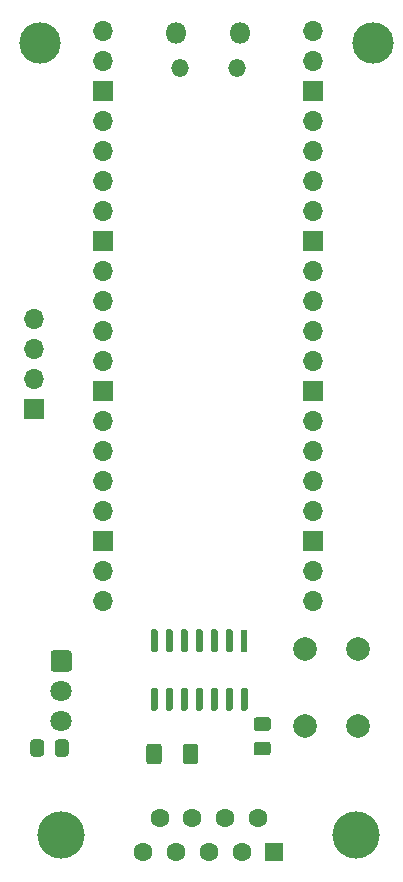
<source format=gbr>
%TF.GenerationSoftware,KiCad,Pcbnew,(5.1.10)-1*%
%TF.CreationDate,2022-01-15T14:59:42+11:00*%
%TF.ProjectId,BKM-10Rp2040 v2,424b4d2d-3130-4527-9032-303430207632,rev?*%
%TF.SameCoordinates,Original*%
%TF.FileFunction,Soldermask,Top*%
%TF.FilePolarity,Negative*%
%FSLAX46Y46*%
G04 Gerber Fmt 4.6, Leading zero omitted, Abs format (unit mm)*
G04 Created by KiCad (PCBNEW (5.1.10)-1) date 2022-01-15 14:59:42*
%MOMM*%
%LPD*%
G01*
G04 APERTURE LIST*
%ADD10C,3.500000*%
%ADD11R,0.600000X1.950000*%
%ADD12O,1.500000X1.500000*%
%ADD13O,1.800000X1.800000*%
%ADD14O,1.700000X1.700000*%
%ADD15R,1.700000X1.700000*%
%ADD16C,1.800000*%
%ADD17C,2.000000*%
%ADD18C,4.000000*%
%ADD19C,1.600000*%
%ADD20R,1.600000X1.600000*%
G04 APERTURE END LIST*
D10*
%TO.C,H1*%
X141732000Y-69342000D03*
%TD*%
%TO.C,C4*%
G36*
G01*
X113871500Y-128557000D02*
X113871500Y-129507000D01*
G75*
G02*
X113621500Y-129757000I-250000J0D01*
G01*
X112946500Y-129757000D01*
G75*
G02*
X112696500Y-129507000I0J250000D01*
G01*
X112696500Y-128557000D01*
G75*
G02*
X112946500Y-128307000I250000J0D01*
G01*
X113621500Y-128307000D01*
G75*
G02*
X113871500Y-128557000I0J-250000D01*
G01*
G37*
G36*
G01*
X115946500Y-128557000D02*
X115946500Y-129507000D01*
G75*
G02*
X115696500Y-129757000I-250000J0D01*
G01*
X115021500Y-129757000D01*
G75*
G02*
X114771500Y-129507000I0J250000D01*
G01*
X114771500Y-128557000D01*
G75*
G02*
X115021500Y-128307000I250000J0D01*
G01*
X115696500Y-128307000D01*
G75*
G02*
X115946500Y-128557000I0J-250000D01*
G01*
G37*
%TD*%
%TO.C,C2*%
G36*
G01*
X132809000Y-127587500D02*
X131859000Y-127587500D01*
G75*
G02*
X131609000Y-127337500I0J250000D01*
G01*
X131609000Y-126662500D01*
G75*
G02*
X131859000Y-126412500I250000J0D01*
G01*
X132809000Y-126412500D01*
G75*
G02*
X133059000Y-126662500I0J-250000D01*
G01*
X133059000Y-127337500D01*
G75*
G02*
X132809000Y-127587500I-250000J0D01*
G01*
G37*
G36*
G01*
X132809000Y-129662500D02*
X131859000Y-129662500D01*
G75*
G02*
X131609000Y-129412500I0J250000D01*
G01*
X131609000Y-128737500D01*
G75*
G02*
X131859000Y-128487500I250000J0D01*
G01*
X132809000Y-128487500D01*
G75*
G02*
X133059000Y-128737500I0J-250000D01*
G01*
X133059000Y-129412500D01*
G75*
G02*
X132809000Y-129662500I-250000J0D01*
G01*
G37*
%TD*%
%TO.C,U1*%
G36*
G01*
X130660000Y-123928000D02*
X130960000Y-123928000D01*
G75*
G02*
X131110000Y-124078000I0J-150000D01*
G01*
X131110000Y-125728000D01*
G75*
G02*
X130960000Y-125878000I-150000J0D01*
G01*
X130660000Y-125878000D01*
G75*
G02*
X130510000Y-125728000I0J150000D01*
G01*
X130510000Y-124078000D01*
G75*
G02*
X130660000Y-123928000I150000J0D01*
G01*
G37*
G36*
G01*
X129390000Y-123928000D02*
X129690000Y-123928000D01*
G75*
G02*
X129840000Y-124078000I0J-150000D01*
G01*
X129840000Y-125728000D01*
G75*
G02*
X129690000Y-125878000I-150000J0D01*
G01*
X129390000Y-125878000D01*
G75*
G02*
X129240000Y-125728000I0J150000D01*
G01*
X129240000Y-124078000D01*
G75*
G02*
X129390000Y-123928000I150000J0D01*
G01*
G37*
G36*
G01*
X128120000Y-123928000D02*
X128420000Y-123928000D01*
G75*
G02*
X128570000Y-124078000I0J-150000D01*
G01*
X128570000Y-125728000D01*
G75*
G02*
X128420000Y-125878000I-150000J0D01*
G01*
X128120000Y-125878000D01*
G75*
G02*
X127970000Y-125728000I0J150000D01*
G01*
X127970000Y-124078000D01*
G75*
G02*
X128120000Y-123928000I150000J0D01*
G01*
G37*
G36*
G01*
X126850000Y-123928000D02*
X127150000Y-123928000D01*
G75*
G02*
X127300000Y-124078000I0J-150000D01*
G01*
X127300000Y-125728000D01*
G75*
G02*
X127150000Y-125878000I-150000J0D01*
G01*
X126850000Y-125878000D01*
G75*
G02*
X126700000Y-125728000I0J150000D01*
G01*
X126700000Y-124078000D01*
G75*
G02*
X126850000Y-123928000I150000J0D01*
G01*
G37*
G36*
G01*
X125580000Y-123928000D02*
X125880000Y-123928000D01*
G75*
G02*
X126030000Y-124078000I0J-150000D01*
G01*
X126030000Y-125728000D01*
G75*
G02*
X125880000Y-125878000I-150000J0D01*
G01*
X125580000Y-125878000D01*
G75*
G02*
X125430000Y-125728000I0J150000D01*
G01*
X125430000Y-124078000D01*
G75*
G02*
X125580000Y-123928000I150000J0D01*
G01*
G37*
G36*
G01*
X124310000Y-123928000D02*
X124610000Y-123928000D01*
G75*
G02*
X124760000Y-124078000I0J-150000D01*
G01*
X124760000Y-125728000D01*
G75*
G02*
X124610000Y-125878000I-150000J0D01*
G01*
X124310000Y-125878000D01*
G75*
G02*
X124160000Y-125728000I0J150000D01*
G01*
X124160000Y-124078000D01*
G75*
G02*
X124310000Y-123928000I150000J0D01*
G01*
G37*
G36*
G01*
X123040000Y-123928000D02*
X123340000Y-123928000D01*
G75*
G02*
X123490000Y-124078000I0J-150000D01*
G01*
X123490000Y-125728000D01*
G75*
G02*
X123340000Y-125878000I-150000J0D01*
G01*
X123040000Y-125878000D01*
G75*
G02*
X122890000Y-125728000I0J150000D01*
G01*
X122890000Y-124078000D01*
G75*
G02*
X123040000Y-123928000I150000J0D01*
G01*
G37*
G36*
G01*
X123040000Y-118978000D02*
X123340000Y-118978000D01*
G75*
G02*
X123490000Y-119128000I0J-150000D01*
G01*
X123490000Y-120778000D01*
G75*
G02*
X123340000Y-120928000I-150000J0D01*
G01*
X123040000Y-120928000D01*
G75*
G02*
X122890000Y-120778000I0J150000D01*
G01*
X122890000Y-119128000D01*
G75*
G02*
X123040000Y-118978000I150000J0D01*
G01*
G37*
G36*
G01*
X124310000Y-118978000D02*
X124610000Y-118978000D01*
G75*
G02*
X124760000Y-119128000I0J-150000D01*
G01*
X124760000Y-120778000D01*
G75*
G02*
X124610000Y-120928000I-150000J0D01*
G01*
X124310000Y-120928000D01*
G75*
G02*
X124160000Y-120778000I0J150000D01*
G01*
X124160000Y-119128000D01*
G75*
G02*
X124310000Y-118978000I150000J0D01*
G01*
G37*
G36*
G01*
X125580000Y-118978000D02*
X125880000Y-118978000D01*
G75*
G02*
X126030000Y-119128000I0J-150000D01*
G01*
X126030000Y-120778000D01*
G75*
G02*
X125880000Y-120928000I-150000J0D01*
G01*
X125580000Y-120928000D01*
G75*
G02*
X125430000Y-120778000I0J150000D01*
G01*
X125430000Y-119128000D01*
G75*
G02*
X125580000Y-118978000I150000J0D01*
G01*
G37*
G36*
G01*
X126850000Y-118978000D02*
X127150000Y-118978000D01*
G75*
G02*
X127300000Y-119128000I0J-150000D01*
G01*
X127300000Y-120778000D01*
G75*
G02*
X127150000Y-120928000I-150000J0D01*
G01*
X126850000Y-120928000D01*
G75*
G02*
X126700000Y-120778000I0J150000D01*
G01*
X126700000Y-119128000D01*
G75*
G02*
X126850000Y-118978000I150000J0D01*
G01*
G37*
G36*
G01*
X128120000Y-118978000D02*
X128420000Y-118978000D01*
G75*
G02*
X128570000Y-119128000I0J-150000D01*
G01*
X128570000Y-120778000D01*
G75*
G02*
X128420000Y-120928000I-150000J0D01*
G01*
X128120000Y-120928000D01*
G75*
G02*
X127970000Y-120778000I0J150000D01*
G01*
X127970000Y-119128000D01*
G75*
G02*
X128120000Y-118978000I150000J0D01*
G01*
G37*
G36*
G01*
X129390000Y-118978000D02*
X129690000Y-118978000D01*
G75*
G02*
X129840000Y-119128000I0J-150000D01*
G01*
X129840000Y-120778000D01*
G75*
G02*
X129690000Y-120928000I-150000J0D01*
G01*
X129390000Y-120928000D01*
G75*
G02*
X129240000Y-120778000I0J150000D01*
G01*
X129240000Y-119128000D01*
G75*
G02*
X129390000Y-118978000I150000J0D01*
G01*
G37*
D11*
X130810000Y-119953000D03*
%TD*%
%TO.C,R2*%
G36*
G01*
X123814000Y-128914999D02*
X123814000Y-130165001D01*
G75*
G02*
X123564001Y-130415000I-249999J0D01*
G01*
X122763999Y-130415000D01*
G75*
G02*
X122514000Y-130165001I0J249999D01*
G01*
X122514000Y-128914999D01*
G75*
G02*
X122763999Y-128665000I249999J0D01*
G01*
X123564001Y-128665000D01*
G75*
G02*
X123814000Y-128914999I0J-249999D01*
G01*
G37*
G36*
G01*
X126914000Y-128914999D02*
X126914000Y-130165001D01*
G75*
G02*
X126664001Y-130415000I-249999J0D01*
G01*
X125863999Y-130415000D01*
G75*
G02*
X125614000Y-130165001I0J249999D01*
G01*
X125614000Y-128914999D01*
G75*
G02*
X125863999Y-128665000I249999J0D01*
G01*
X126664001Y-128665000D01*
G75*
G02*
X126914000Y-128914999I0J-249999D01*
G01*
G37*
%TD*%
D10*
%TO.C,H1*%
X113538000Y-69342000D03*
%TD*%
D12*
%TO.C,U2*%
X125337000Y-71486000D03*
X130187000Y-71486000D03*
D13*
X125037000Y-68456000D03*
X130487000Y-68456000D03*
D14*
X118872000Y-68326000D03*
X118872000Y-70866000D03*
D15*
X118872000Y-73406000D03*
D14*
X118872000Y-75946000D03*
X118872000Y-78486000D03*
X118872000Y-81026000D03*
X118872000Y-83566000D03*
D15*
X118872000Y-86106000D03*
D14*
X118872000Y-88646000D03*
X118872000Y-91186000D03*
X118872000Y-93726000D03*
X118872000Y-96266000D03*
D15*
X118872000Y-98806000D03*
D14*
X118872000Y-101346000D03*
X118872000Y-103886000D03*
X118872000Y-106426000D03*
X118872000Y-108966000D03*
D15*
X118872000Y-111506000D03*
D14*
X118872000Y-114046000D03*
X118872000Y-116586000D03*
X136652000Y-116586000D03*
X136652000Y-114046000D03*
D15*
X136652000Y-111506000D03*
D14*
X136652000Y-108966000D03*
X136652000Y-106426000D03*
X136652000Y-103886000D03*
X136652000Y-101346000D03*
D15*
X136652000Y-98806000D03*
D14*
X136652000Y-96266000D03*
X136652000Y-93726000D03*
X136652000Y-91186000D03*
X136652000Y-88646000D03*
D15*
X136652000Y-86106000D03*
D14*
X136652000Y-83566000D03*
X136652000Y-81026000D03*
X136652000Y-78486000D03*
X136652000Y-75946000D03*
D15*
X136652000Y-73406000D03*
D14*
X136652000Y-70866000D03*
X136652000Y-68326000D03*
%TD*%
%TO.C,J2*%
X113030000Y-92710000D03*
X113030000Y-95250000D03*
X113030000Y-97790000D03*
D15*
X113030000Y-100330000D03*
%TD*%
D16*
%TO.C,U3*%
X115316000Y-126746000D03*
X115316000Y-124206000D03*
G36*
G01*
X114666200Y-120766000D02*
X115965800Y-120766000D01*
G75*
G02*
X116216000Y-121016200I0J-250200D01*
G01*
X116216000Y-122315800D01*
G75*
G02*
X115965800Y-122566000I-250200J0D01*
G01*
X114666200Y-122566000D01*
G75*
G02*
X114416000Y-122315800I0J250200D01*
G01*
X114416000Y-121016200D01*
G75*
G02*
X114666200Y-120766000I250200J0D01*
G01*
G37*
%TD*%
D17*
%TO.C,SW1*%
X140462000Y-127150000D03*
X135962000Y-127150000D03*
X140462000Y-120650000D03*
X135962000Y-120650000D03*
%TD*%
D18*
%TO.C,J1*%
X140310000Y-136375000D03*
X115310000Y-136375000D03*
D19*
X123655000Y-134955000D03*
X126425000Y-134955000D03*
X129195000Y-134955000D03*
X131965000Y-134955000D03*
X122270000Y-137795000D03*
X125040000Y-137795000D03*
X127810000Y-137795000D03*
X130580000Y-137795000D03*
D20*
X133350000Y-137795000D03*
%TD*%
M02*

</source>
